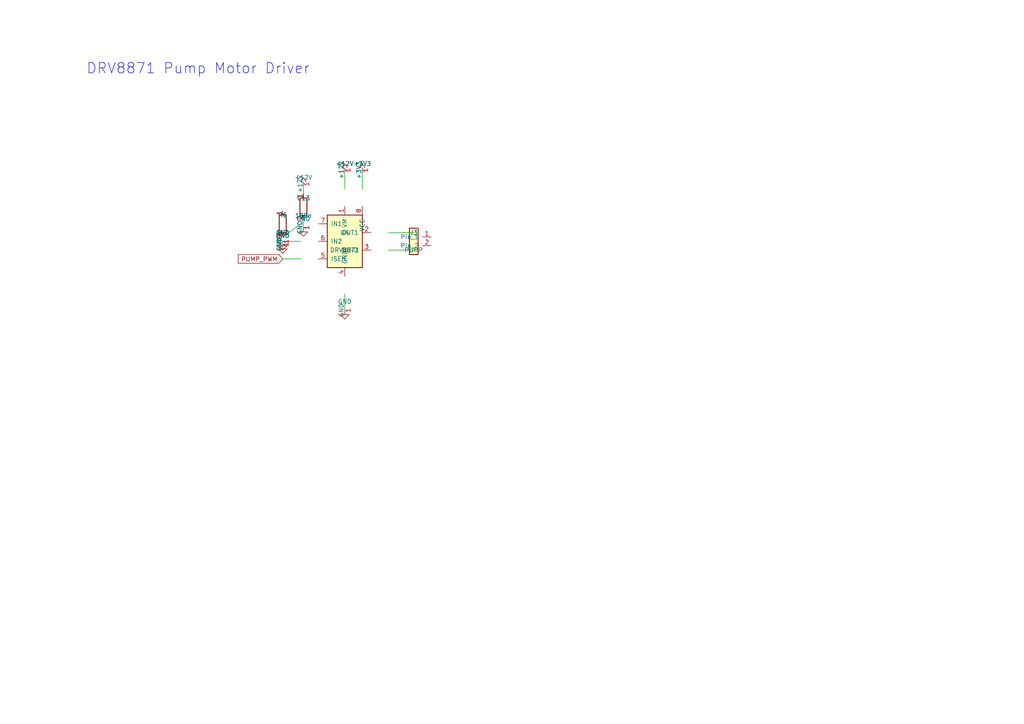
<source format=kicad_sch>
(kicad_sch (version 20231120) (generator "petfilter_schgen") (generator_version "1.0")
  (paper "A4")
  (title_block (title "PetFilter - Pump Motor Driver") (date "2026-02-15") (rev "0.1") (company "PetFilter"))
  (lib_symbols
    (symbol "power:+12V" (power) (pin_names (offset 0)) (in_bom no) (on_board no)
      (property "Value" "+12V" (at 0 3.81 0))
      (symbol "+12V_0_1"
        (polyline (pts (xy -0.762 1.27) (xy 0 2.54) (xy 0.762 1.27)))
      )
      (symbol "+12V_1_1"
        (pin power_in line (at 0 0 90) (length 1.27) (name "+12V") (number "1"))
      )
    )
    (symbol "power:+3V3" (power) (pin_names (offset 0)) (in_bom no) (on_board no)
      (property "Value" "+3V3" (at 0 3.81 0))
      (symbol "+3V3_0_1"
        (polyline (pts (xy -0.762 1.27) (xy 0 2.54) (xy 0.762 1.27)))
      )
      (symbol "+3V3_1_1"
        (pin power_in line (at 0 0 90) (length 1.27) (name "+3V3") (number "1"))
      )
    )
    (symbol "power:GND" (power) (pin_names (offset 0)) (in_bom no) (on_board no)
      (property "Value" "GND" (at 0 -3.81 0))
      (symbol "GND_0_1"
        (polyline (pts (xy 0 0) (xy 0 -1.27) (xy 1.27 -1.27) (xy 0 -2.54) (xy -1.27 -1.27) (xy 0 -1.27)))
      )
      (symbol "GND_1_1"
        (pin power_in line (at 0 0 270) (length 0.00) (name "GND") (number "1"))
      )
    )
    (symbol "Device:R" (pin_names (offset 0) hide)
      (property "Reference" "R" (at 2.54 0 90))
      (property "Value" "R" (at -2.54 0 90))
      (symbol "R_0_1"
        (rectangle (start -1.016 2.54) (end 1.016 -2.54) (stroke (width 0.254)))
      )
      (symbol "R_1_1"
        (pin passive line (at 0 3.81 270) (length 1.27) (name "~") (number "1"))
        (pin passive line (at 0 -3.81 90) (length 1.27) (name "~") (number "2"))
      )
    )
    (symbol "Device:C" (pin_names (offset 0) hide)
      (property "Reference" "C" (at 2.54 0 90))
      (property "Value" "C" (at -2.54 0 90))
      (symbol "C_0_1"
        (rectangle (start -1.016 2.54) (end 1.016 -2.54) (stroke (width 0.254)))
      )
      (symbol "C_1_1"
        (pin passive line (at 0 3.81 270) (length 1.27) (name "~") (number "1"))
        (pin passive line (at 0 -3.81 90) (length 1.27) (name "~") (number "2"))
      )
    )
    (symbol "petfilter:DRV8871" (pin_names (offset 1.016))
      (property "Reference" "U" (at 0 10.16 0))
      (property "Value" "DRV8871" (at 0 -10.16 0))
      (symbol "DRV8871_0_1"
        (rectangle (start -5.08 7.62) (end 5.08 -7.62) (stroke (width 0.254)) (fill (type background)))
      )
      (symbol "DRV8871_1_1"
        (pin power_in line (at 0.00 10.16 270) (length 2.54) (name "VM") (number "1"))
        (pin output line (at 7.62 2.54 180) (length 2.54) (name "OUT1") (number "2"))
        (pin output line (at 7.62 -2.54 180) (length 2.54) (name "OUT2") (number "3"))
        (pin power_in line (at 0.00 -10.16 90) (length 2.54) (name "GND") (number "4"))
        (pin input line (at -7.62 -5.08 0) (length 2.54) (name "ISEN") (number "5"))
        (pin input line (at -7.62 0.00 0) (length 2.54) (name "IN2") (number "6"))
        (pin input line (at -7.62 5.08 0) (length 2.54) (name "IN1") (number "7"))
        (pin power_in line (at 5.08 10.16 270) (length 2.54) (name "VCC") (number "8"))
      )
    )
    (symbol "Connector_Generic:Conn_01x02_Pin" (pin_names (offset 1.016))
      (property "Reference" "J" (at 0 6.35 0))
      (property "Value" "Conn_01x02" (at 0 -6.35 0))
      (symbol "Conn_01x02_Pin_0_1"
        (rectangle (start -1.27 3.81) (end 1.27 -3.81) (stroke (width 0.254)) (fill (type background)))
      )
      (symbol "Conn_01x02_Pin_1_1"
        (pin passive line (at 5.08 1.27 180) (length 2.54) (name "Pin_1") (number "1"))
        (pin passive line (at 5.08 -1.27 180) (length 2.54) (name "Pin_2") (number "2"))
      )
    )
  )
  (text "DRV8871 Pump Motor Driver" (at 25.00 20.00 0) (effects (font (size 3.00 3.00)) (justify left)))
  (symbol (lib_id "petfilter:DRV8871") (at 100.00 70.00 0) (unit 1)
    (property "Reference" "U4" (at 100.00 67.46 0))
    (property "Value" "DRV8871" (at 100.00 72.54 0))
    (property "Footprint" "Package_SO:HTSSOP-8-1EP_4.4x3mm_P0.65mm" (effects hide))
  )
  (symbol (lib_id "power:+12V") (at 100.00 50.00 0) (unit 1) (in_bom no) (on_board no)
    (property "Reference" "#PWR001" (effects hide))
    (property "Value" "+12V" (at 100.00 47.46 0))
  )
  (wire (pts (xy 100.00 54.76) (xy 100.00 50.00)))
  (symbol (lib_id "power:GND") (at 100.00 90.00 0) (unit 1) (in_bom no) (on_board no)
    (property "Reference" "#PWR002" (effects hide))
    (property "Value" "GND" (at 100.00 87.46 0))
  )
  (wire (pts (xy 100.00 85.24) (xy 100.00 90.00)))
  (symbol (lib_id "power:+3V3") (at 105.08 50.00 0) (unit 1) (in_bom no) (on_board no)
    (property "Reference" "#PWR003" (effects hide))
    (property "Value" "+3V3" (at 105.08 47.46 0))
  )
  (wire (pts (xy 105.08 54.76) (xy 105.08 50.00)))
  (symbol (lib_id "Device:C") (at 88.00 60.00 0) (unit 1)
    (property "Reference" "C13" (at 88.00 57.46 0))
    (property "Value" "100n" (at 88.00 62.54 0))
    (property "Footprint" "Capacitor_SMD:C_0603_1608Metric" (effects hide))
  )
  (symbol (lib_id "power:+12V") (at 88.00 54.00 0) (unit 1) (in_bom no) (on_board no)
    (property "Reference" "#PWR004" (effects hide))
    (property "Value" "+12V" (at 88.00 51.46 0))
  )
  (wire (pts (xy 88.00 54.00) (xy 88.00 56.19)))
  (symbol (lib_id "power:GND") (at 88.00 66.00 0) (unit 1) (in_bom no) (on_board no)
    (property "Reference" "#PWR005" (effects hide))
    (property "Value" "GND" (at 88.00 63.46 0))
  )
  (wire (pts (xy 88.00 63.81) (xy 88.00 66.00)))
  (global_label "PUMP_PWM" (shape input) (at 82.00 75.08 180))
  (wire (pts (xy 87.30 75.08) (xy 82.00 75.08)))
  (symbol (lib_id "power:GND") (at 82.00 70.00 0) (unit 1) (in_bom no) (on_board no)
    (property "Reference" "#PWR006" (effects hide))
    (property "Value" "GND" (at 82.00 67.46 0))
  )
  (wire (pts (xy 87.30 70.00) (xy 82.00 70.00)))
  (symbol (lib_id "Device:R") (at 82.00 64.92 0) (unit 1)
    (property "Reference" "R6" (at 82.00 62.38 0))
    (property "Value" "0.2" (at 82.00 67.46 0))
    (property "Footprint" "Resistor_SMD:R_2512_6332Metric" (effects hide))
  )
  (wire (pts (xy 87.30 64.92) (xy 82.00 68.73)))
  (symbol (lib_id "power:GND") (at 82.00 70.92 0) (unit 1) (in_bom no) (on_board no)
    (property "Reference" "#PWR007" (effects hide))
    (property "Value" "GND" (at 82.00 68.38 0))
  )
  (symbol (lib_id "Connector_Generic:Conn_01x02_Pin") (at 120.00 70.00 0) (unit 1)
    (property "Reference" "J3" (at 120.00 67.46 0))
    (property "Value" "PUMP" (at 120.00 72.54 0))
    (property "Footprint" "Connector_Molex:Molex_Micro-Fit_3.0_43045-0200" (effects hide))
  )
  (wire (pts (xy 112.70 72.54) (xy 120.00 72.54)))
  (wire (pts (xy 112.70 67.46) (xy 120.00 67.46)))
)
</source>
